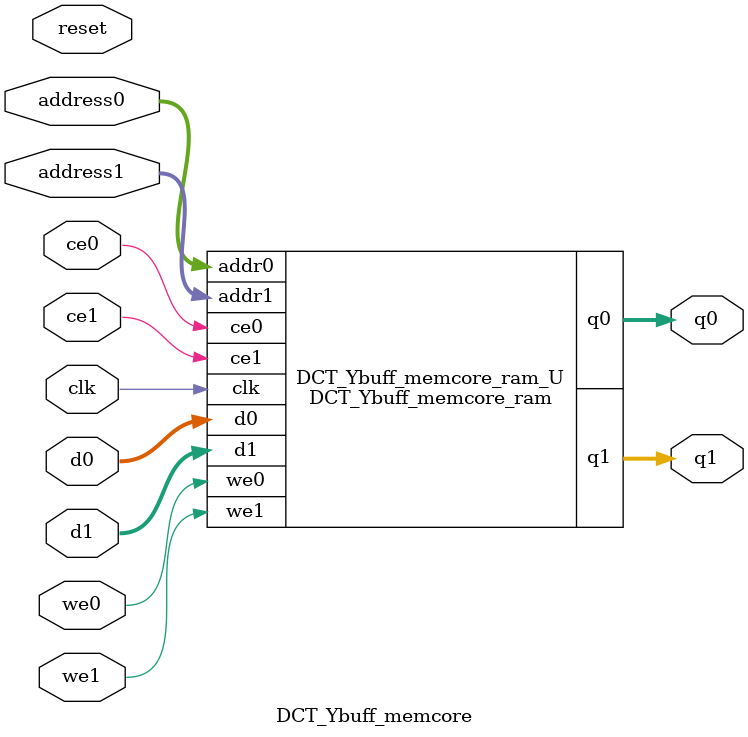
<source format=v>

`timescale 1 ns / 1 ps
module DCT_Ybuff_memcore_ram (addr0, ce0, d0, we0, q0, addr1, ce1, d1, we1, q1,  clk);

parameter DWIDTH = 32;
parameter AWIDTH = 8;
parameter MEM_SIZE = 130;

input[AWIDTH-1:0] addr0;
input ce0;
input[DWIDTH-1:0] d0;
input we0;
output reg[DWIDTH-1:0] q0;
input[AWIDTH-1:0] addr1;
input ce1;
input[DWIDTH-1:0] d1;
input we1;
output reg[DWIDTH-1:0] q1;
input clk;

(* ram_style = "block" *)reg [DWIDTH-1:0] ram[MEM_SIZE-1:0];




always @(posedge clk)  
begin 
    if (ce0) 
    begin
        if (we0) 
        begin 
            ram[addr0] <= d0; 
            q0 <= d0;
        end 
        else 
            q0 <= ram[addr0];
    end
end


always @(posedge clk)  
begin 
    if (ce1) 
    begin
        if (we1) 
        begin 
            ram[addr1] <= d1; 
            q1 <= d1;
        end 
        else 
            q1 <= ram[addr1];
    end
end


endmodule


`timescale 1 ns / 1 ps
module DCT_Ybuff_memcore(
    reset,
    clk,
    address0,
    ce0,
    we0,
    d0,
    q0,
    address1,
    ce1,
    we1,
    d1,
    q1);

parameter DataWidth = 32'd32;
parameter AddressRange = 32'd130;
parameter AddressWidth = 32'd8;
input reset;
input clk;
input[AddressWidth - 1:0] address0;
input ce0;
input we0;
input[DataWidth - 1:0] d0;
output[DataWidth - 1:0] q0;
input[AddressWidth - 1:0] address1;
input ce1;
input we1;
input[DataWidth - 1:0] d1;
output[DataWidth - 1:0] q1;



DCT_Ybuff_memcore_ram DCT_Ybuff_memcore_ram_U(
    .clk( clk ),
    .addr0( address0 ),
    .ce0( ce0 ),
    .d0( d0 ),
    .we0( we0 ),
    .q0( q0 ),
    .addr1( address1 ),
    .ce1( ce1 ),
    .d1( d1 ),
    .we1( we1 ),
    .q1( q1 ));

endmodule


</source>
